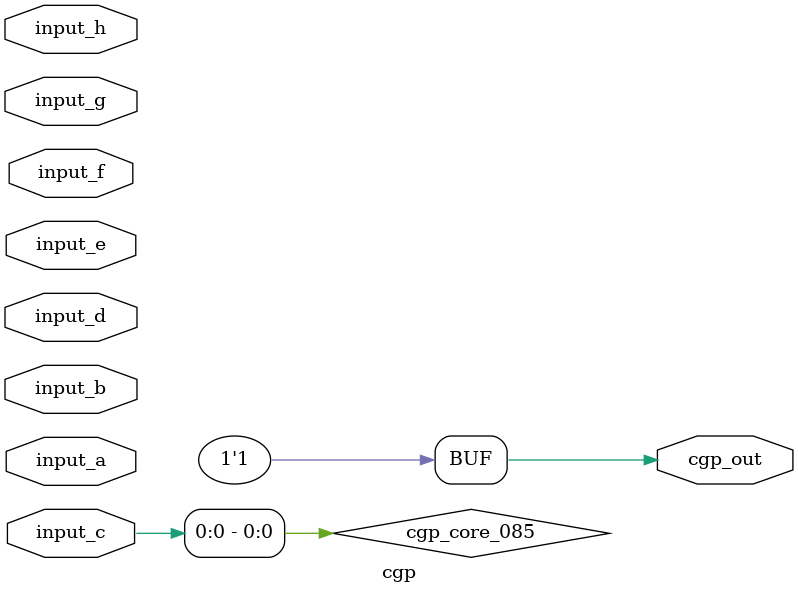
<source format=v>
module cgp(input [1:0] input_a, input [1:0] input_b, input [1:0] input_c, input [1:0] input_d, input [1:0] input_e, input [1:0] input_f, input [1:0] input_g, input [1:0] input_h, output [0:0] cgp_out);
  wire cgp_core_018;
  wire cgp_core_019;
  wire cgp_core_021;
  wire cgp_core_022;
  wire cgp_core_024;
  wire cgp_core_027;
  wire cgp_core_028;
  wire cgp_core_034;
  wire cgp_core_035;
  wire cgp_core_036;
  wire cgp_core_037;
  wire cgp_core_038;
  wire cgp_core_042;
  wire cgp_core_044;
  wire cgp_core_046;
  wire cgp_core_047;
  wire cgp_core_049;
  wire cgp_core_050;
  wire cgp_core_055_not;
  wire cgp_core_056;
  wire cgp_core_057;
  wire cgp_core_058;
  wire cgp_core_061;
  wire cgp_core_062;
  wire cgp_core_064;
  wire cgp_core_066;
  wire cgp_core_067;
  wire cgp_core_068;
  wire cgp_core_069_not;
  wire cgp_core_070;
  wire cgp_core_074;
  wire cgp_core_075;
  wire cgp_core_076;
  wire cgp_core_077;
  wire cgp_core_079;
  wire cgp_core_080_not;
  wire cgp_core_081;
  wire cgp_core_083;
  wire cgp_core_084;
  wire cgp_core_085;
  wire cgp_core_087;
  wire cgp_core_089;
  wire cgp_core_091_not;
  wire cgp_core_092;
  wire cgp_core_093;

  assign cgp_core_018 = input_a[1] ^ input_b[0];
  assign cgp_core_019 = input_b[1] & input_e[0];
  assign cgp_core_021 = ~(input_e[1] | input_e[0]);
  assign cgp_core_022 = ~(input_c[1] & input_e[1]);
  assign cgp_core_024 = ~input_f[0];
  assign cgp_core_027 = ~(input_h[0] | input_g[0]);
  assign cgp_core_028 = ~input_h[0];
  assign cgp_core_034 = input_f[0] ^ input_g[0];
  assign cgp_core_035 = ~(input_d[1] ^ input_h[1]);
  assign cgp_core_036 = input_d[0] & input_f[1];
  assign cgp_core_037 = ~(input_a[0] | input_f[0]);
  assign cgp_core_038 = input_e[0] | input_g[1];
  assign cgp_core_042 = input_e[1] ^ input_f[1];
  assign cgp_core_044 = ~input_f[0];
  assign cgp_core_046 = ~(input_f[0] ^ input_f[0]);
  assign cgp_core_047 = input_f[1] | input_h[0];
  assign cgp_core_049 = ~(input_b[0] & input_e[1]);
  assign cgp_core_050 = ~(input_e[1] ^ input_d[1]);
  assign cgp_core_055_not = ~input_g[0];
  assign cgp_core_056 = ~input_g[0];
  assign cgp_core_057 = input_d[0] ^ input_e[1];
  assign cgp_core_058 = ~input_h[0];
  assign cgp_core_061 = ~(input_h[1] & input_e[0]);
  assign cgp_core_062 = input_c[0] ^ input_g[0];
  assign cgp_core_064 = ~(input_a[1] | input_c[1]);
  assign cgp_core_066 = ~(input_c[1] ^ input_g[0]);
  assign cgp_core_067 = input_f[1] ^ input_g[0];
  assign cgp_core_068 = input_d[1] & input_c[1];
  assign cgp_core_069_not = ~input_f[0];
  assign cgp_core_070 = ~(input_h[0] | input_d[0]);
  assign cgp_core_074 = ~input_c[0];
  assign cgp_core_075 = input_d[1] & input_b[1];
  assign cgp_core_076 = cgp_core_064 & input_g[1];
  assign cgp_core_077 = cgp_core_076 ^ input_d[1];
  assign cgp_core_079 = input_g[1] & input_e[1];
  assign cgp_core_080_not = ~input_g[1];
  assign cgp_core_081 = ~(input_g[0] | input_a[1]);
  assign cgp_core_083 = ~input_d[1];
  assign cgp_core_084 = input_d[1] ^ input_c[0];
  assign cgp_core_085 = input_c[0] & input_c[0];
  assign cgp_core_087 = ~(input_c[0] | input_e[1]);
  assign cgp_core_089 = input_d[0] ^ input_d[0];
  assign cgp_core_091_not = ~input_e[1];
  assign cgp_core_092 = ~(input_h[1] ^ input_f[0]);
  assign cgp_core_093 = ~input_f[1];

  assign cgp_out[0] = 1'b1;
endmodule
</source>
